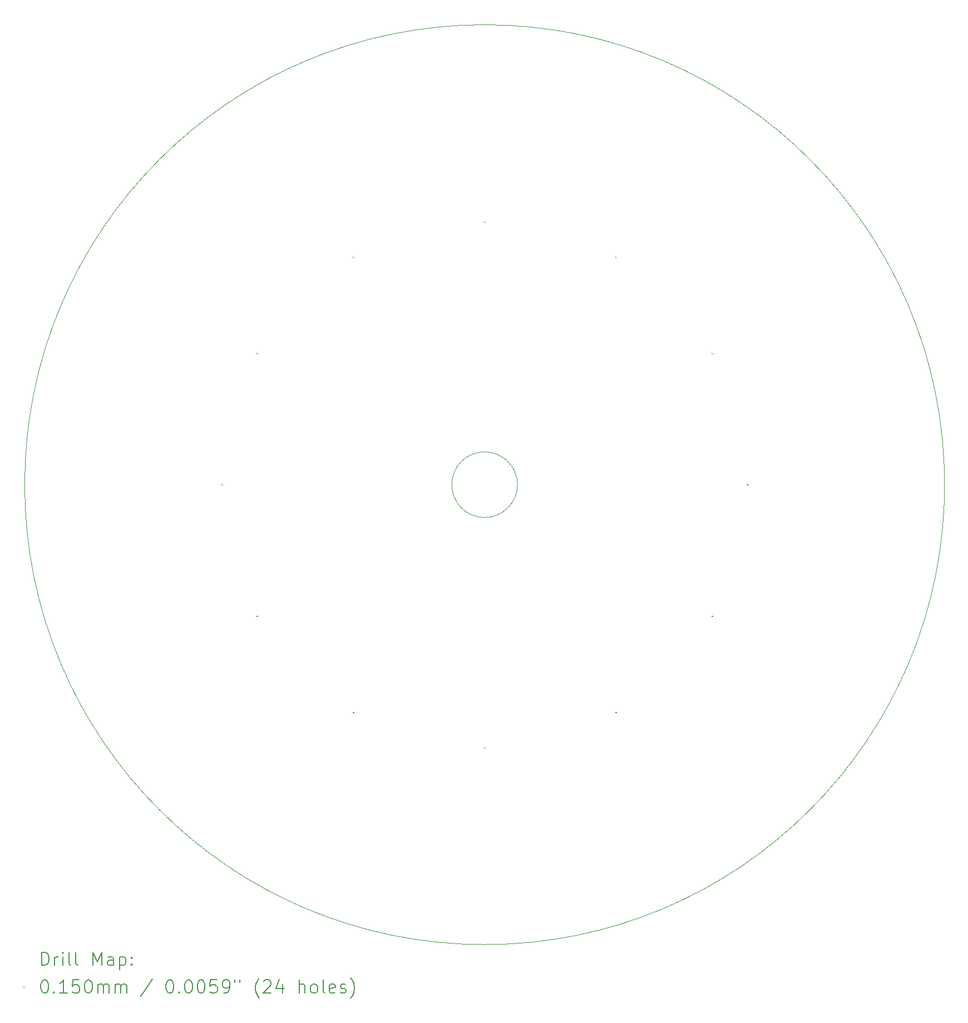
<source format=gbr>
%TF.GenerationSoftware,KiCad,Pcbnew,7.99.0-3356-g00904e8e23*%
%TF.CreationDate,2023-10-26T14:27:03+05:30*%
%TF.ProjectId,kimotor-project,6b696d6f-746f-4722-9d70-726f6a656374,rev?*%
%TF.SameCoordinates,Original*%
%TF.FileFunction,Drillmap*%
%TF.FilePolarity,Positive*%
%FSLAX45Y45*%
G04 Gerber Fmt 4.5, Leading zero omitted, Abs format (unit mm)*
G04 Created by KiCad (PCBNEW 7.99.0-3356-g00904e8e23) date 2023-10-26 14:27:03*
%MOMM*%
%LPD*%
G01*
G04 APERTURE LIST*
%ADD10C,0.100000*%
%ADD11C,0.200000*%
G04 APERTURE END LIST*
D10*
X500000Y0D02*
G75*
G02*
X500000Y0I-500000J0D01*
G01*
X7000000Y0D02*
G75*
G02*
X7000000Y0I-7000000J0D01*
G01*
X7000000Y0D02*
G75*
G02*
X7000000Y0I-7000000J0D01*
G01*
X500000Y0D02*
G75*
G02*
X500000Y0I-500000J0D01*
G01*
D11*
D10*
X-4007500Y7500D02*
X-3992500Y-7500D01*
X-3992500Y7500D02*
X-4007500Y-7500D01*
X-4007500Y7500D02*
X-3992500Y-7500D01*
X-3992500Y7500D02*
X-4007500Y-7500D01*
X-3471602Y2007500D02*
X-3456602Y1992500D01*
X-3456602Y2007500D02*
X-3471602Y1992500D01*
X-3471602Y2007500D02*
X-3456602Y1992500D01*
X-3456602Y2007500D02*
X-3471602Y1992500D01*
X-3471602Y-1992500D02*
X-3456602Y-2007500D01*
X-3456602Y-1992500D02*
X-3471602Y-2007500D01*
X-3471602Y-1992500D02*
X-3456602Y-2007500D01*
X-3456602Y-1992500D02*
X-3471602Y-2007500D01*
X-2007500Y3471602D02*
X-1992500Y3456602D01*
X-1992500Y3471602D02*
X-2007500Y3456602D01*
X-2007500Y3471602D02*
X-1992500Y3456602D01*
X-1992500Y3471602D02*
X-2007500Y3456602D01*
X-2007500Y-3456602D02*
X-1992500Y-3471602D01*
X-1992500Y-3456602D02*
X-2007500Y-3471602D01*
X-2007500Y-3456602D02*
X-1992500Y-3471602D01*
X-1992500Y-3456602D02*
X-2007500Y-3471602D01*
X-7500Y4007500D02*
X7500Y3992500D01*
X7500Y4007500D02*
X-7500Y3992500D01*
X-7500Y4007500D02*
X7500Y3992500D01*
X7500Y4007500D02*
X-7500Y3992500D01*
X-7500Y-3992500D02*
X7500Y-4007500D01*
X7500Y-3992500D02*
X-7500Y-4007500D01*
X-7500Y-3992500D02*
X7500Y-4007500D01*
X7500Y-3992500D02*
X-7500Y-4007500D01*
X1992500Y3471602D02*
X2007500Y3456602D01*
X2007500Y3471602D02*
X1992500Y3456602D01*
X1992500Y3471602D02*
X2007500Y3456602D01*
X2007500Y3471602D02*
X1992500Y3456602D01*
X1992500Y-3456602D02*
X2007500Y-3471602D01*
X2007500Y-3456602D02*
X1992500Y-3471602D01*
X1992500Y-3456602D02*
X2007500Y-3471602D01*
X2007500Y-3456602D02*
X1992500Y-3471602D01*
X3456602Y2007500D02*
X3471602Y1992500D01*
X3471602Y2007500D02*
X3456602Y1992500D01*
X3456602Y2007500D02*
X3471602Y1992500D01*
X3471602Y2007500D02*
X3456602Y1992500D01*
X3456602Y-1992500D02*
X3471602Y-2007500D01*
X3471602Y-1992500D02*
X3456602Y-2007500D01*
X3456602Y-1992500D02*
X3471602Y-2007500D01*
X3471602Y-1992500D02*
X3456602Y-2007500D01*
X3992500Y7500D02*
X4007500Y-7500D01*
X4007500Y7500D02*
X3992500Y-7500D01*
X3992500Y7500D02*
X4007500Y-7500D01*
X4007500Y7500D02*
X3992500Y-7500D01*
D11*
X-6744223Y-7316484D02*
X-6744223Y-7116484D01*
X-6744223Y-7116484D02*
X-6696604Y-7116484D01*
X-6696604Y-7116484D02*
X-6668033Y-7126008D01*
X-6668033Y-7126008D02*
X-6648985Y-7145055D01*
X-6648985Y-7145055D02*
X-6639461Y-7164103D01*
X-6639461Y-7164103D02*
X-6629937Y-7202198D01*
X-6629937Y-7202198D02*
X-6629937Y-7230769D01*
X-6629937Y-7230769D02*
X-6639461Y-7268865D01*
X-6639461Y-7268865D02*
X-6648985Y-7287912D01*
X-6648985Y-7287912D02*
X-6668033Y-7306960D01*
X-6668033Y-7306960D02*
X-6696604Y-7316484D01*
X-6696604Y-7316484D02*
X-6744223Y-7316484D01*
X-6544223Y-7316484D02*
X-6544223Y-7183150D01*
X-6544223Y-7221246D02*
X-6534699Y-7202198D01*
X-6534699Y-7202198D02*
X-6525175Y-7192674D01*
X-6525175Y-7192674D02*
X-6506128Y-7183150D01*
X-6506128Y-7183150D02*
X-6487080Y-7183150D01*
X-6420414Y-7316484D02*
X-6420414Y-7183150D01*
X-6420414Y-7116484D02*
X-6429937Y-7126008D01*
X-6429937Y-7126008D02*
X-6420414Y-7135531D01*
X-6420414Y-7135531D02*
X-6410890Y-7126008D01*
X-6410890Y-7126008D02*
X-6420414Y-7116484D01*
X-6420414Y-7116484D02*
X-6420414Y-7135531D01*
X-6296604Y-7316484D02*
X-6315652Y-7306960D01*
X-6315652Y-7306960D02*
X-6325175Y-7287912D01*
X-6325175Y-7287912D02*
X-6325175Y-7116484D01*
X-6191842Y-7316484D02*
X-6210890Y-7306960D01*
X-6210890Y-7306960D02*
X-6220414Y-7287912D01*
X-6220414Y-7287912D02*
X-6220414Y-7116484D01*
X-5963271Y-7316484D02*
X-5963271Y-7116484D01*
X-5963271Y-7116484D02*
X-5896604Y-7259341D01*
X-5896604Y-7259341D02*
X-5829937Y-7116484D01*
X-5829937Y-7116484D02*
X-5829937Y-7316484D01*
X-5648985Y-7316484D02*
X-5648985Y-7211722D01*
X-5648985Y-7211722D02*
X-5658509Y-7192674D01*
X-5658509Y-7192674D02*
X-5677556Y-7183150D01*
X-5677556Y-7183150D02*
X-5715652Y-7183150D01*
X-5715652Y-7183150D02*
X-5734699Y-7192674D01*
X-5648985Y-7306960D02*
X-5668033Y-7316484D01*
X-5668033Y-7316484D02*
X-5715652Y-7316484D01*
X-5715652Y-7316484D02*
X-5734699Y-7306960D01*
X-5734699Y-7306960D02*
X-5744223Y-7287912D01*
X-5744223Y-7287912D02*
X-5744223Y-7268865D01*
X-5744223Y-7268865D02*
X-5734699Y-7249817D01*
X-5734699Y-7249817D02*
X-5715652Y-7240293D01*
X-5715652Y-7240293D02*
X-5668033Y-7240293D01*
X-5668033Y-7240293D02*
X-5648985Y-7230769D01*
X-5553747Y-7183150D02*
X-5553747Y-7383150D01*
X-5553747Y-7192674D02*
X-5534699Y-7183150D01*
X-5534699Y-7183150D02*
X-5496604Y-7183150D01*
X-5496604Y-7183150D02*
X-5477556Y-7192674D01*
X-5477556Y-7192674D02*
X-5468033Y-7202198D01*
X-5468033Y-7202198D02*
X-5458509Y-7221246D01*
X-5458509Y-7221246D02*
X-5458509Y-7278388D01*
X-5458509Y-7278388D02*
X-5468033Y-7297436D01*
X-5468033Y-7297436D02*
X-5477556Y-7306960D01*
X-5477556Y-7306960D02*
X-5496604Y-7316484D01*
X-5496604Y-7316484D02*
X-5534699Y-7316484D01*
X-5534699Y-7316484D02*
X-5553747Y-7306960D01*
X-5372795Y-7297436D02*
X-5363271Y-7306960D01*
X-5363271Y-7306960D02*
X-5372795Y-7316484D01*
X-5372795Y-7316484D02*
X-5382318Y-7306960D01*
X-5382318Y-7306960D02*
X-5372795Y-7297436D01*
X-5372795Y-7297436D02*
X-5372795Y-7316484D01*
X-5372795Y-7192674D02*
X-5363271Y-7202198D01*
X-5363271Y-7202198D02*
X-5372795Y-7211722D01*
X-5372795Y-7211722D02*
X-5382318Y-7202198D01*
X-5382318Y-7202198D02*
X-5372795Y-7192674D01*
X-5372795Y-7192674D02*
X-5372795Y-7211722D01*
D10*
X-7020000Y-7637500D02*
X-7005000Y-7652500D01*
X-7005000Y-7637500D02*
X-7020000Y-7652500D01*
D11*
X-6706128Y-7536484D02*
X-6687080Y-7536484D01*
X-6687080Y-7536484D02*
X-6668033Y-7546008D01*
X-6668033Y-7546008D02*
X-6658509Y-7555531D01*
X-6658509Y-7555531D02*
X-6648985Y-7574579D01*
X-6648985Y-7574579D02*
X-6639461Y-7612674D01*
X-6639461Y-7612674D02*
X-6639461Y-7660293D01*
X-6639461Y-7660293D02*
X-6648985Y-7698388D01*
X-6648985Y-7698388D02*
X-6658509Y-7717436D01*
X-6658509Y-7717436D02*
X-6668033Y-7726960D01*
X-6668033Y-7726960D02*
X-6687080Y-7736484D01*
X-6687080Y-7736484D02*
X-6706128Y-7736484D01*
X-6706128Y-7736484D02*
X-6725175Y-7726960D01*
X-6725175Y-7726960D02*
X-6734699Y-7717436D01*
X-6734699Y-7717436D02*
X-6744223Y-7698388D01*
X-6744223Y-7698388D02*
X-6753747Y-7660293D01*
X-6753747Y-7660293D02*
X-6753747Y-7612674D01*
X-6753747Y-7612674D02*
X-6744223Y-7574579D01*
X-6744223Y-7574579D02*
X-6734699Y-7555531D01*
X-6734699Y-7555531D02*
X-6725175Y-7546008D01*
X-6725175Y-7546008D02*
X-6706128Y-7536484D01*
X-6553747Y-7717436D02*
X-6544223Y-7726960D01*
X-6544223Y-7726960D02*
X-6553747Y-7736484D01*
X-6553747Y-7736484D02*
X-6563271Y-7726960D01*
X-6563271Y-7726960D02*
X-6553747Y-7717436D01*
X-6553747Y-7717436D02*
X-6553747Y-7736484D01*
X-6353747Y-7736484D02*
X-6468033Y-7736484D01*
X-6410890Y-7736484D02*
X-6410890Y-7536484D01*
X-6410890Y-7536484D02*
X-6429937Y-7565055D01*
X-6429937Y-7565055D02*
X-6448985Y-7584103D01*
X-6448985Y-7584103D02*
X-6468033Y-7593627D01*
X-6172794Y-7536484D02*
X-6268033Y-7536484D01*
X-6268033Y-7536484D02*
X-6277556Y-7631722D01*
X-6277556Y-7631722D02*
X-6268033Y-7622198D01*
X-6268033Y-7622198D02*
X-6248985Y-7612674D01*
X-6248985Y-7612674D02*
X-6201366Y-7612674D01*
X-6201366Y-7612674D02*
X-6182318Y-7622198D01*
X-6182318Y-7622198D02*
X-6172794Y-7631722D01*
X-6172794Y-7631722D02*
X-6163271Y-7650769D01*
X-6163271Y-7650769D02*
X-6163271Y-7698388D01*
X-6163271Y-7698388D02*
X-6172794Y-7717436D01*
X-6172794Y-7717436D02*
X-6182318Y-7726960D01*
X-6182318Y-7726960D02*
X-6201366Y-7736484D01*
X-6201366Y-7736484D02*
X-6248985Y-7736484D01*
X-6248985Y-7736484D02*
X-6268033Y-7726960D01*
X-6268033Y-7726960D02*
X-6277556Y-7717436D01*
X-6039461Y-7536484D02*
X-6020413Y-7536484D01*
X-6020413Y-7536484D02*
X-6001366Y-7546008D01*
X-6001366Y-7546008D02*
X-5991842Y-7555531D01*
X-5991842Y-7555531D02*
X-5982318Y-7574579D01*
X-5982318Y-7574579D02*
X-5972794Y-7612674D01*
X-5972794Y-7612674D02*
X-5972794Y-7660293D01*
X-5972794Y-7660293D02*
X-5982318Y-7698388D01*
X-5982318Y-7698388D02*
X-5991842Y-7717436D01*
X-5991842Y-7717436D02*
X-6001366Y-7726960D01*
X-6001366Y-7726960D02*
X-6020413Y-7736484D01*
X-6020413Y-7736484D02*
X-6039461Y-7736484D01*
X-6039461Y-7736484D02*
X-6058509Y-7726960D01*
X-6058509Y-7726960D02*
X-6068033Y-7717436D01*
X-6068033Y-7717436D02*
X-6077556Y-7698388D01*
X-6077556Y-7698388D02*
X-6087080Y-7660293D01*
X-6087080Y-7660293D02*
X-6087080Y-7612674D01*
X-6087080Y-7612674D02*
X-6077556Y-7574579D01*
X-6077556Y-7574579D02*
X-6068033Y-7555531D01*
X-6068033Y-7555531D02*
X-6058509Y-7546008D01*
X-6058509Y-7546008D02*
X-6039461Y-7536484D01*
X-5887080Y-7736484D02*
X-5887080Y-7603150D01*
X-5887080Y-7622198D02*
X-5877556Y-7612674D01*
X-5877556Y-7612674D02*
X-5858509Y-7603150D01*
X-5858509Y-7603150D02*
X-5829937Y-7603150D01*
X-5829937Y-7603150D02*
X-5810890Y-7612674D01*
X-5810890Y-7612674D02*
X-5801366Y-7631722D01*
X-5801366Y-7631722D02*
X-5801366Y-7736484D01*
X-5801366Y-7631722D02*
X-5791842Y-7612674D01*
X-5791842Y-7612674D02*
X-5772794Y-7603150D01*
X-5772794Y-7603150D02*
X-5744223Y-7603150D01*
X-5744223Y-7603150D02*
X-5725175Y-7612674D01*
X-5725175Y-7612674D02*
X-5715652Y-7631722D01*
X-5715652Y-7631722D02*
X-5715652Y-7736484D01*
X-5620413Y-7736484D02*
X-5620413Y-7603150D01*
X-5620413Y-7622198D02*
X-5610890Y-7612674D01*
X-5610890Y-7612674D02*
X-5591842Y-7603150D01*
X-5591842Y-7603150D02*
X-5563271Y-7603150D01*
X-5563271Y-7603150D02*
X-5544223Y-7612674D01*
X-5544223Y-7612674D02*
X-5534699Y-7631722D01*
X-5534699Y-7631722D02*
X-5534699Y-7736484D01*
X-5534699Y-7631722D02*
X-5525175Y-7612674D01*
X-5525175Y-7612674D02*
X-5506128Y-7603150D01*
X-5506128Y-7603150D02*
X-5477556Y-7603150D01*
X-5477556Y-7603150D02*
X-5458509Y-7612674D01*
X-5458509Y-7612674D02*
X-5448985Y-7631722D01*
X-5448985Y-7631722D02*
X-5448985Y-7736484D01*
X-5058509Y-7526960D02*
X-5229937Y-7784103D01*
X-4801366Y-7536484D02*
X-4782318Y-7536484D01*
X-4782318Y-7536484D02*
X-4763271Y-7546008D01*
X-4763271Y-7546008D02*
X-4753747Y-7555531D01*
X-4753747Y-7555531D02*
X-4744223Y-7574579D01*
X-4744223Y-7574579D02*
X-4734699Y-7612674D01*
X-4734699Y-7612674D02*
X-4734699Y-7660293D01*
X-4734699Y-7660293D02*
X-4744223Y-7698388D01*
X-4744223Y-7698388D02*
X-4753747Y-7717436D01*
X-4753747Y-7717436D02*
X-4763271Y-7726960D01*
X-4763271Y-7726960D02*
X-4782318Y-7736484D01*
X-4782318Y-7736484D02*
X-4801366Y-7736484D01*
X-4801366Y-7736484D02*
X-4820413Y-7726960D01*
X-4820413Y-7726960D02*
X-4829937Y-7717436D01*
X-4829937Y-7717436D02*
X-4839461Y-7698388D01*
X-4839461Y-7698388D02*
X-4848985Y-7660293D01*
X-4848985Y-7660293D02*
X-4848985Y-7612674D01*
X-4848985Y-7612674D02*
X-4839461Y-7574579D01*
X-4839461Y-7574579D02*
X-4829937Y-7555531D01*
X-4829937Y-7555531D02*
X-4820413Y-7546008D01*
X-4820413Y-7546008D02*
X-4801366Y-7536484D01*
X-4648985Y-7717436D02*
X-4639461Y-7726960D01*
X-4639461Y-7726960D02*
X-4648985Y-7736484D01*
X-4648985Y-7736484D02*
X-4658509Y-7726960D01*
X-4658509Y-7726960D02*
X-4648985Y-7717436D01*
X-4648985Y-7717436D02*
X-4648985Y-7736484D01*
X-4515652Y-7536484D02*
X-4496604Y-7536484D01*
X-4496604Y-7536484D02*
X-4477556Y-7546008D01*
X-4477556Y-7546008D02*
X-4468032Y-7555531D01*
X-4468032Y-7555531D02*
X-4458509Y-7574579D01*
X-4458509Y-7574579D02*
X-4448985Y-7612674D01*
X-4448985Y-7612674D02*
X-4448985Y-7660293D01*
X-4448985Y-7660293D02*
X-4458509Y-7698388D01*
X-4458509Y-7698388D02*
X-4468032Y-7717436D01*
X-4468032Y-7717436D02*
X-4477556Y-7726960D01*
X-4477556Y-7726960D02*
X-4496604Y-7736484D01*
X-4496604Y-7736484D02*
X-4515652Y-7736484D01*
X-4515652Y-7736484D02*
X-4534699Y-7726960D01*
X-4534699Y-7726960D02*
X-4544223Y-7717436D01*
X-4544223Y-7717436D02*
X-4553747Y-7698388D01*
X-4553747Y-7698388D02*
X-4563271Y-7660293D01*
X-4563271Y-7660293D02*
X-4563271Y-7612674D01*
X-4563271Y-7612674D02*
X-4553747Y-7574579D01*
X-4553747Y-7574579D02*
X-4544223Y-7555531D01*
X-4544223Y-7555531D02*
X-4534699Y-7546008D01*
X-4534699Y-7546008D02*
X-4515652Y-7536484D01*
X-4325175Y-7536484D02*
X-4306128Y-7536484D01*
X-4306128Y-7536484D02*
X-4287080Y-7546008D01*
X-4287080Y-7546008D02*
X-4277556Y-7555531D01*
X-4277556Y-7555531D02*
X-4268032Y-7574579D01*
X-4268032Y-7574579D02*
X-4258509Y-7612674D01*
X-4258509Y-7612674D02*
X-4258509Y-7660293D01*
X-4258509Y-7660293D02*
X-4268032Y-7698388D01*
X-4268032Y-7698388D02*
X-4277556Y-7717436D01*
X-4277556Y-7717436D02*
X-4287080Y-7726960D01*
X-4287080Y-7726960D02*
X-4306128Y-7736484D01*
X-4306128Y-7736484D02*
X-4325175Y-7736484D01*
X-4325175Y-7736484D02*
X-4344223Y-7726960D01*
X-4344223Y-7726960D02*
X-4353747Y-7717436D01*
X-4353747Y-7717436D02*
X-4363271Y-7698388D01*
X-4363271Y-7698388D02*
X-4372794Y-7660293D01*
X-4372794Y-7660293D02*
X-4372794Y-7612674D01*
X-4372794Y-7612674D02*
X-4363271Y-7574579D01*
X-4363271Y-7574579D02*
X-4353747Y-7555531D01*
X-4353747Y-7555531D02*
X-4344223Y-7546008D01*
X-4344223Y-7546008D02*
X-4325175Y-7536484D01*
X-4077556Y-7536484D02*
X-4172794Y-7536484D01*
X-4172794Y-7536484D02*
X-4182318Y-7631722D01*
X-4182318Y-7631722D02*
X-4172794Y-7622198D01*
X-4172794Y-7622198D02*
X-4153747Y-7612674D01*
X-4153747Y-7612674D02*
X-4106128Y-7612674D01*
X-4106128Y-7612674D02*
X-4087080Y-7622198D01*
X-4087080Y-7622198D02*
X-4077556Y-7631722D01*
X-4077556Y-7631722D02*
X-4068032Y-7650769D01*
X-4068032Y-7650769D02*
X-4068032Y-7698388D01*
X-4068032Y-7698388D02*
X-4077556Y-7717436D01*
X-4077556Y-7717436D02*
X-4087080Y-7726960D01*
X-4087080Y-7726960D02*
X-4106128Y-7736484D01*
X-4106128Y-7736484D02*
X-4153747Y-7736484D01*
X-4153747Y-7736484D02*
X-4172794Y-7726960D01*
X-4172794Y-7726960D02*
X-4182318Y-7717436D01*
X-3972794Y-7736484D02*
X-3934699Y-7736484D01*
X-3934699Y-7736484D02*
X-3915651Y-7726960D01*
X-3915651Y-7726960D02*
X-3906128Y-7717436D01*
X-3906128Y-7717436D02*
X-3887080Y-7688865D01*
X-3887080Y-7688865D02*
X-3877556Y-7650769D01*
X-3877556Y-7650769D02*
X-3877556Y-7574579D01*
X-3877556Y-7574579D02*
X-3887080Y-7555531D01*
X-3887080Y-7555531D02*
X-3896604Y-7546008D01*
X-3896604Y-7546008D02*
X-3915651Y-7536484D01*
X-3915651Y-7536484D02*
X-3953747Y-7536484D01*
X-3953747Y-7536484D02*
X-3972794Y-7546008D01*
X-3972794Y-7546008D02*
X-3982318Y-7555531D01*
X-3982318Y-7555531D02*
X-3991842Y-7574579D01*
X-3991842Y-7574579D02*
X-3991842Y-7622198D01*
X-3991842Y-7622198D02*
X-3982318Y-7641246D01*
X-3982318Y-7641246D02*
X-3972794Y-7650769D01*
X-3972794Y-7650769D02*
X-3953747Y-7660293D01*
X-3953747Y-7660293D02*
X-3915651Y-7660293D01*
X-3915651Y-7660293D02*
X-3896604Y-7650769D01*
X-3896604Y-7650769D02*
X-3887080Y-7641246D01*
X-3887080Y-7641246D02*
X-3877556Y-7622198D01*
X-3801366Y-7536484D02*
X-3801366Y-7574579D01*
X-3725175Y-7536484D02*
X-3725175Y-7574579D01*
X-3429937Y-7812674D02*
X-3439461Y-7803150D01*
X-3439461Y-7803150D02*
X-3458508Y-7774579D01*
X-3458508Y-7774579D02*
X-3468032Y-7755531D01*
X-3468032Y-7755531D02*
X-3477556Y-7726960D01*
X-3477556Y-7726960D02*
X-3487080Y-7679341D01*
X-3487080Y-7679341D02*
X-3487080Y-7641246D01*
X-3487080Y-7641246D02*
X-3477556Y-7593627D01*
X-3477556Y-7593627D02*
X-3468032Y-7565055D01*
X-3468032Y-7565055D02*
X-3458508Y-7546008D01*
X-3458508Y-7546008D02*
X-3439461Y-7517436D01*
X-3439461Y-7517436D02*
X-3429937Y-7507912D01*
X-3363270Y-7555531D02*
X-3353747Y-7546008D01*
X-3353747Y-7546008D02*
X-3334699Y-7536484D01*
X-3334699Y-7536484D02*
X-3287080Y-7536484D01*
X-3287080Y-7536484D02*
X-3268032Y-7546008D01*
X-3268032Y-7546008D02*
X-3258508Y-7555531D01*
X-3258508Y-7555531D02*
X-3248985Y-7574579D01*
X-3248985Y-7574579D02*
X-3248985Y-7593627D01*
X-3248985Y-7593627D02*
X-3258508Y-7622198D01*
X-3258508Y-7622198D02*
X-3372794Y-7736484D01*
X-3372794Y-7736484D02*
X-3248985Y-7736484D01*
X-3077556Y-7603150D02*
X-3077556Y-7736484D01*
X-3125175Y-7526960D02*
X-3172794Y-7669817D01*
X-3172794Y-7669817D02*
X-3048985Y-7669817D01*
X-2820413Y-7736484D02*
X-2820413Y-7536484D01*
X-2734699Y-7736484D02*
X-2734699Y-7631722D01*
X-2734699Y-7631722D02*
X-2744223Y-7612674D01*
X-2744223Y-7612674D02*
X-2763270Y-7603150D01*
X-2763270Y-7603150D02*
X-2791842Y-7603150D01*
X-2791842Y-7603150D02*
X-2810889Y-7612674D01*
X-2810889Y-7612674D02*
X-2820413Y-7622198D01*
X-2610889Y-7736484D02*
X-2629937Y-7726960D01*
X-2629937Y-7726960D02*
X-2639461Y-7717436D01*
X-2639461Y-7717436D02*
X-2648985Y-7698388D01*
X-2648985Y-7698388D02*
X-2648985Y-7641246D01*
X-2648985Y-7641246D02*
X-2639461Y-7622198D01*
X-2639461Y-7622198D02*
X-2629937Y-7612674D01*
X-2629937Y-7612674D02*
X-2610889Y-7603150D01*
X-2610889Y-7603150D02*
X-2582318Y-7603150D01*
X-2582318Y-7603150D02*
X-2563270Y-7612674D01*
X-2563270Y-7612674D02*
X-2553747Y-7622198D01*
X-2553747Y-7622198D02*
X-2544223Y-7641246D01*
X-2544223Y-7641246D02*
X-2544223Y-7698388D01*
X-2544223Y-7698388D02*
X-2553747Y-7717436D01*
X-2553747Y-7717436D02*
X-2563270Y-7726960D01*
X-2563270Y-7726960D02*
X-2582318Y-7736484D01*
X-2582318Y-7736484D02*
X-2610889Y-7736484D01*
X-2429937Y-7736484D02*
X-2448985Y-7726960D01*
X-2448985Y-7726960D02*
X-2458508Y-7707912D01*
X-2458508Y-7707912D02*
X-2458508Y-7536484D01*
X-2277556Y-7726960D02*
X-2296604Y-7736484D01*
X-2296604Y-7736484D02*
X-2334699Y-7736484D01*
X-2334699Y-7736484D02*
X-2353747Y-7726960D01*
X-2353747Y-7726960D02*
X-2363270Y-7707912D01*
X-2363270Y-7707912D02*
X-2363270Y-7631722D01*
X-2363270Y-7631722D02*
X-2353747Y-7612674D01*
X-2353747Y-7612674D02*
X-2334699Y-7603150D01*
X-2334699Y-7603150D02*
X-2296604Y-7603150D01*
X-2296604Y-7603150D02*
X-2277556Y-7612674D01*
X-2277556Y-7612674D02*
X-2268032Y-7631722D01*
X-2268032Y-7631722D02*
X-2268032Y-7650769D01*
X-2268032Y-7650769D02*
X-2363270Y-7669817D01*
X-2191842Y-7726960D02*
X-2172794Y-7736484D01*
X-2172794Y-7736484D02*
X-2134699Y-7736484D01*
X-2134699Y-7736484D02*
X-2115651Y-7726960D01*
X-2115651Y-7726960D02*
X-2106127Y-7707912D01*
X-2106127Y-7707912D02*
X-2106127Y-7698388D01*
X-2106127Y-7698388D02*
X-2115651Y-7679341D01*
X-2115651Y-7679341D02*
X-2134699Y-7669817D01*
X-2134699Y-7669817D02*
X-2163270Y-7669817D01*
X-2163270Y-7669817D02*
X-2182318Y-7660293D01*
X-2182318Y-7660293D02*
X-2191842Y-7641246D01*
X-2191842Y-7641246D02*
X-2191842Y-7631722D01*
X-2191842Y-7631722D02*
X-2182318Y-7612674D01*
X-2182318Y-7612674D02*
X-2163270Y-7603150D01*
X-2163270Y-7603150D02*
X-2134699Y-7603150D01*
X-2134699Y-7603150D02*
X-2115651Y-7612674D01*
X-2039461Y-7812674D02*
X-2029937Y-7803150D01*
X-2029937Y-7803150D02*
X-2010889Y-7774579D01*
X-2010889Y-7774579D02*
X-2001365Y-7755531D01*
X-2001365Y-7755531D02*
X-1991842Y-7726960D01*
X-1991842Y-7726960D02*
X-1982318Y-7679341D01*
X-1982318Y-7679341D02*
X-1982318Y-7641246D01*
X-1982318Y-7641246D02*
X-1991842Y-7593627D01*
X-1991842Y-7593627D02*
X-2001365Y-7565055D01*
X-2001365Y-7565055D02*
X-2010889Y-7546008D01*
X-2010889Y-7546008D02*
X-2029937Y-7517436D01*
X-2029937Y-7517436D02*
X-2039461Y-7507912D01*
M02*

</source>
